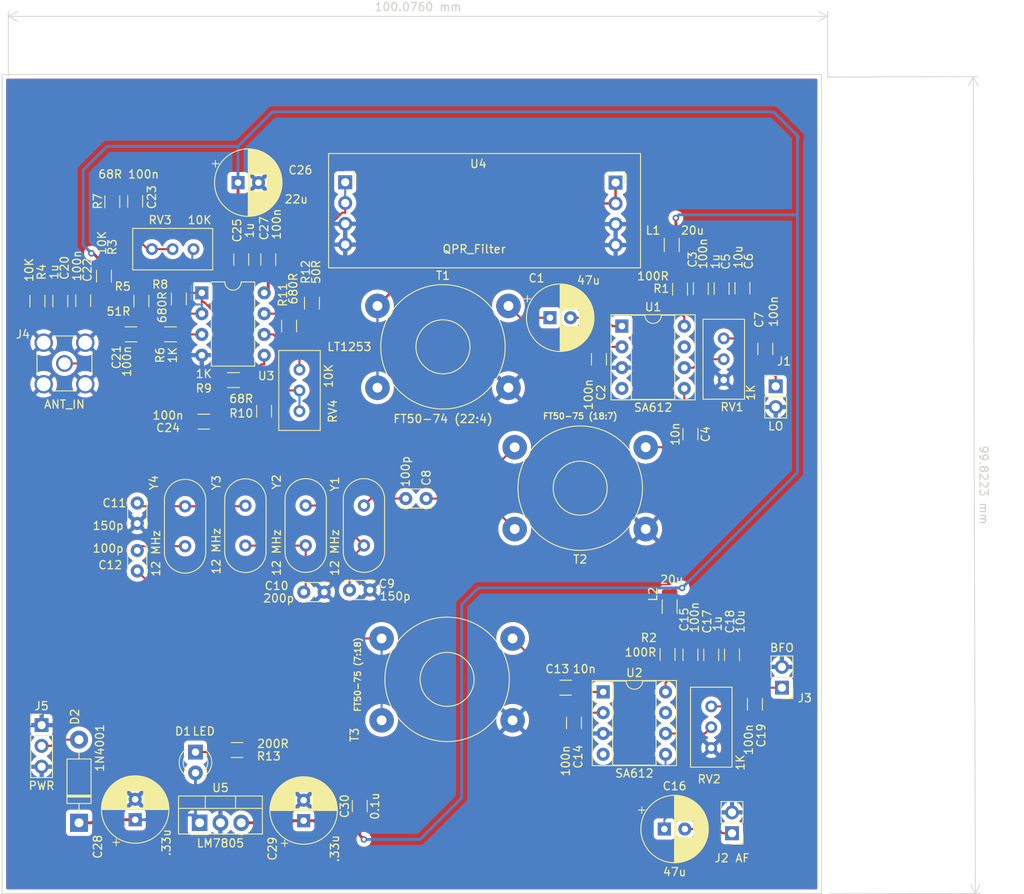
<source format=kicad_pcb>
(kicad_pcb (version 20211014) (generator pcbnew)
  (layers (0 "F.Cu" signal) (31 "B.Cu" signal) (34 "B.Paste" user) (35 "F.Paste" user) (36 "B.SilkS" user "B.Silkscreen") (37 "F.SilkS" user "F.Silkscreen") (38 "B.Mask" user) (39 "F.Mask" user) (44 "Edge.Cuts" user))
  (net 0 "")
  (net 1 "IFRFIN")
  (net 2 "Net-(C1-Pad1)")
  (net 3 "GND")
  (net 4 "Net-(C2-Pad1)")
  (net 5 "Net-(C3-Pad1)")
  (net 6 "RX5V")
  (net 7 "Net-(C10-Pad1)")
  (net 8 "Net-(C11-Pad1)")
  (net 9 "Net-(C12-Pad1)")
  (net 10 "Net-(C12-Pad2)")
  (net 11 "Net-(C15-Pad1)")
  (net 12 "Net-(C16-Pad1)")
  (net 13 "Net-(C19-Pad1)")
  (net 14 "Net-(C20-Pad1)")
  (net 15 "Net-(C21-Pad1)")
  (net 16 "Net-(C21-Pad2)")
  (net 17 "Net-(C23-Pad1)")
  (net 18 "Net-(C24-Pad1)")
  (net 19 "IFAFOUT")
  (net 20 "12V")
  (net 21 "Net-(L1-Pad2)")
  (net 22 "Net-(L2-Pad2)")
  (net 23 "Net-(R6-Pad2)")
  (net 24 "Net-(R7-Pad1)")
  (net 25 "Net-(R8-Pad1)")
  (net 26 "Net-(R8-Pad2)")
  (net 27 "Net-(R9-Pad2)")
  (net 28 "Net-(C1-Pad2)")
  (net 29 "Net-(C4-Pad1)")
  (net 30 "Net-(C4-Pad2)")
  (net 31 "Net-(C7-Pad1)")
  (net 32 "Net-(C7-Pad2)")
  (net 33 "Net-(C8-Pad1)")
  (net 34 "Net-(C8-Pad2)")
  (net 35 "Net-(C9-Pad1)")
  (net 36 "Net-(C13-Pad1)")
  (net 37 "Net-(C13-Pad2)")
  (net 38 "Net-(C14-Pad1)")
  (net 39 "Net-(C19-Pad2)")
  (net 40 "Net-(D1-Pad1)")
  (net 41 "Net-(D2-Pad2)")
  (net 42 "Net-(R10-Pad1)")
  (net 43 "Net-(R11-Pad1)")
  (net 44 "Net-(R11-Pad2)")
  (net 45 "Net-(R12-Pad2)")
  (net 46 "Net-(RV1-Pad2)")
  (net 47 "Net-(RV2-Pad2)")
  (footprint "Custom_RF:QRPLabs_Filter_TH" (layer "F.Cu") (at 76.708 36.576)
    (fp_text reference "U4")
    (fp_text value "QPR_Filter")
  )
  (footprint "Potentiometer_THT:Potentiometer_Bourns_3296W_Vertical" (layer "F.Cu") (at 111.252 95.25 90)
    (fp_text reference "RV2")
    (fp_text value "1K")
  )
  (footprint "Capacitor_SMD:C_1206_3216Metric" (layer "F.Cu") (at 112.522 44.196 90)
    (fp_text reference "C5")
    (fp_text value "1u")
  )
  (footprint "Capacitor_SMD:C_1206_3216Metric" (layer "F.Cu") (at 108.712 61.976 -90)
    (fp_text reference "C4")
    (fp_text value "10n")
  )
  (footprint "Capacitor_SMD:C_1206_3216Metric" (layer "F.Cu") (at 115.062 44.147 90)
    (fp_text reference "C6")
    (fp_text value "10u")
  )
  (footprint "Capacitor_THT:CP_Radial_D8.0mm_P2.50mm" (layer "F.Cu") (at 40.894 109.1027 90)
    (fp_text reference "C28")
    (fp_text value ".33u")
  )
  (footprint "Resistor_SMD:R_1206_3216Metric" (layer "F.Cu") (at 38.1 33.5895 90)
    (fp_text reference "R7")
    (fp_text value "68R")
  )
  (footprint "Connector_PinHeader_2.54mm:PinHeader_1x02_P2.54mm_Vertical" (layer "F.Cu") (at 119.126 56.134)
    (fp_text reference "J1")
    (fp_text value "LO")
  )
  (footprint "Resistor_SMD:R_1206_3216Metric" (layer "F.Cu") (at 45.212 49.784)
    (fp_text reference "R6")
    (fp_text value "1K")
  )
  (footprint "Capacitor_SMD:C_1206_3216Metric" (layer "F.Cu") (at 34.544 45.671 -90)
    (fp_text reference "C22")
    (fp_text value "100n")
  )
  (footprint "Capacitor_SMD:C_1206_3216Metric" (layer "F.Cu") (at 68.326 107.442 90)
    (fp_text reference "C30")
    (fp_text value "0.1u")
  )
  (footprint "Resistor_SMD:R_1206_3216Metric" (layer "F.Cu") (at 59.69 48.768 -90)
    (fp_text reference "R11")
    (fp_text value "680R")
  )
  (footprint "Capacitor_SMD:C_1206_3216Metric" (layer "F.Cu") (at 117.856 51.562 90)
    (fp_text reference "C7")
    (fp_text value "100n")
  )
  (footprint "Crystal:Crystal_HC49-4H_Vertical" (layer "F.Cu") (at 54.356 75.602 90)
    (fp_text reference "Y3")
    (fp_text value "12 MHz")
  )
  (footprint "Capacitor_SMD:C_1206_3216Metric" (layer "F.Cu") (at 31.75 45.72 -90)
    (fp_text reference "C20")
    (fp_text value "1u")
  )
  (footprint "Resistor_SMD:R_1206_3216Metric" (layer "F.Cu") (at 37.084 42.672 -90)
    (fp_text reference "R3")
    (fp_text value "10K")
  )
  (footprint "Connector_PinHeader_2.54mm:PinHeader_1x03_P2.54mm_Vertical" (layer "F.Cu") (at 29.464 97.536)
    (fp_text reference "J5")
    (fp_text value "PWR")
  )
  (footprint "Package_DIP:DIP-8_W7.62mm_Socket" (layer "F.Cu") (at 100.34 48.778)
    (fp_text reference "U1")
    (fp_text value "SA612")
  )
  (footprint "Capacitor_THT:C_Disc_D3.4mm_W2.1mm_P2.50mm" (layer "F.Cu") (at 61.488 81.28)
    (fp_text reference "C10")
    (fp_text value "200p")
  )
  (footprint "Capacitor_SMD:C_1206_3216Metric" (layer "F.Cu") (at 111.252 88.949 90)
    (fp_text reference "C17")
    (fp_text value "1u")
  )
  (footprint "Crystal:Crystal_HC49-4H_Vertical" (layer "F.Cu") (at 68.834 70.702 -90)
    (fp_text reference "Y1")
    (fp_text value "12 MHz")
  )
  (footprint "Capacitor_THT:CP_Radial_D8.0mm_P2.50mm" (layer "F.Cu") (at 53.4573 31.242)
    (fp_text reference "C26")
    (fp_text value "22u")
  )
  (footprint "Capacitor_THT:C_Disc_D3.4mm_W2.1mm_P2.50mm" (layer "F.Cu") (at 41.148 70.398 -90)
    (fp_text reference "C11")
    (fp_text value "150p")
  )
  (footprint "Capacitor_THT:CP_Radial_D8.0mm_P2.50mm" (layer "F.Cu") (at 105.5273 110.236)
    (fp_text reference "C16")
    (fp_text value "47u")
  )
  (footprint "Diode_THT:D_DO-41_SOD81_P10.16mm_Horizontal" (layer "F.Cu") (at 34.036 109.474 90)
    (fp_text reference "D2")
    (fp_text value "1N4001")
  )
  (footprint "Transformer_THT:Transformer_Toroid_Horizontal_D14.0mm_Amidon-T50" (layer "F.Cu") (at 70.486 56.308)
    (fp_text reference "T1")
    (fp_text value "FT50-74 (22:4)")
  )
  (footprint "Resistor_SMD:R_1206_3216Metric" (layer "F.Cu") (at 105.918 88.9 -90)
    (fp_text reference "R2")
    (fp_text value "100R")
  )
  (footprint "Resistor_SMD:R_1206_3216Metric" (layer "F.Cu") (at 41.656 45.72 90)
    (fp_text reference "R5")
    (fp_text value "51R")
  )
  (footprint "Capacitor_SMD:C_1206_3216Metric" (layer "F.Cu") (at 57.15 40.64 90)
    (fp_text reference "C27")
    (fp_text value "100n")
  )
  (footprint "Resistor_SMD:R_1206_3216Metric" (layer "F.Cu") (at 62.484 45.974 90)
    (fp_text reference "R12")
    (fp_text value "50R")
  )
  (footprint "Connector_Coaxial:SMA_Amphenol_901-144_Vertical" (layer "F.Cu") (at 32.258 53.34)
    (fp_text reference "J4")
    (fp_text value "ANT_IN")
  )
  (footprint "Resistor_SMD:R_1206_3216Metric" (layer "F.Cu") (at 52.8935 55.372)
    (fp_text reference "R9")
    (fp_text value "1K")
  )
  (footprint "Resistor_SMD:R_1206_3216Metric" (layer "F.Cu") (at 28.956 45.72 -90)
    (fp_text reference "R4")
    (fp_text value "10K")
  )
  (footprint "Capacitor_SMD:C_1206_3216Metric" (layer "F.Cu") (at 40.386 49.784)
    (fp_text reference "C21")
    (fp_text value "100n")
  )
  (footprint "Capacitor_THT:C_Disc_D3.4mm_W2.1mm_P2.50mm" (layer "F.Cu") (at 41.148 76.2 -90)
    (fp_text reference "C12")
    (fp_text value "100p")
  )
  (footprint "Package_DIP:DIP-8_W7.62mm" (layer "F.Cu") (at 49.032 44.714)
    (fp_text reference "U3")
    (fp_text value "LT1253")
  )
  (footprint "Resistor_SMD:R_1206_3216Metric" (layer "F.Cu") (at 107.442 44.2575 -90)
    (fp_text reference "R1")
    (fp_text value "100R")
  )
  (footprint "Package_DIP:DIP-8_W7.62mm_Socket" (layer "F.Cu") (at 98.054 93.482)
    (fp_text reference "U2")
    (fp_text value "SA612")
  )
  (footprint "Capacitor_SMD:C_1206_3216Metric" (layer "F.Cu") (at 53.848 40.64 90)
    (fp_text reference "C25")
    (fp_text value "1u")
  )
  (footprint "Resistor_SMD:R_1206_3216Metric" (layer "F.Cu") (at 56.642 59.182 -90)
    (fp_text reference "R10")
    (fp_text value "68R")
  )
  (footprint "Resistor_SMD:R_1206_3216Metric" (layer "F.Cu") (at 53.34 100.584)
    (fp_text reference "R13")
    (fp_text value "200R")
  )
  (footprint "LED_THT:LED_D3.0mm" (layer "F.Cu") (at 48.26 100.833 -90)
    (fp_text reference "D1")
    (fp_text value "LED")
  )
  (footprint "Potentiometer_THT:Potentiometer_Bourns_3296W_Vertical" (layer "F.Cu") (at 112.776 50.282 90)
    (fp_text reference "RV1")
    (fp_text value "1K")
  )
  (footprint "Transformer_THT:Transformer_Toroid_Horizontal_D14.0mm_Amidon-T50" (layer "F.Cu") (at 103.25 63.58 180)
    (fp_text reference "T2")
    (fp_text value "FT50-75 (18:7)")
  )
  (footprint "Crystal:Crystal_HC49-4H_Vertical" (layer "F.Cu") (at 46.99 70.792 -90)
    (fp_text reference "Y4")
    (fp_text value "12 MHz")
  )
  (footprint "Inductor_SMD:L_1206_3216Metric" (layer "F.Cu") (at 106.172 83.058 -90)
    (fp_text reference "L2")
    (fp_text value "20u")
  )
  (footprint "Capacitor_SMD:C_1206_3216Metric" (layer "F.Cu") (at 109.982 44.196 90)
    (fp_text reference "C3")
    (fp_text value "100n")
  )
  (footprint "Resistor_SMD:R_1206_3216Metric" (layer "F.Cu") (at 46.228 45.466 90)
    (fp_text reference "R8")
    (fp_text value "680R")
  )
  (footprint "Capacitor_THT:CP_Radial_D8.0mm_P2.50mm" (layer "F.Cu") (at 91.5573 47.752)
    (fp_text reference "C1")
    (fp_text value "47u")
  )
  (footprint "Capacitor_SMD:C_1206_3216Metric" (layer "F.Cu") (at 40.894 33.528 -90)
    (fp_text reference "C23")
    (fp_text value "100n")
  )
  (footprint "Capacitor_THT:CP_Radial_D8.0mm_P2.50mm" (layer "F.Cu") (at 61.468 109.22 90)
    (fp_text reference "C29")
    (fp_text value ".33u")
  )
  (footprint "Capacitor_SMD:C_1206_3216Metric" (layer "F.Cu") (at 116.586 94.996 -90)
    (fp_text reference "C19")
    (fp_text value "100n")
  )
  (footprint "Transformer_THT:Transformer_Toroid_Horizontal_D14.0mm_Amidon-T50" (layer "F.Cu") (at 70.994 96.948)
    (fp_text reference "T3")
    (fp_text value "FT50-75 (7:18)")
  )
  (footprint "Crystal:Crystal_HC49-4H_Vertical" (layer "F.Cu") (at 61.722 70.702 -90)
    (fp_text reference "Y2")
    (fp_text value "12 MHz")
  )
  (footprint "Capacitor_SMD:C_1206_3216Metric" (layer "F.Cu") (at 97.536 52.832 -90)
    (fp_text reference "C2")
    (fp_text value "100n")
  )
  (footprint "Capacitor_SMD:C_1206_3216Metric" (layer "F.Cu") (at 49.276 60.452 180)
    (fp_text reference "C24")
    (fp_text value "100n")
  )
  (footprint "Potentiometer_THT:Potentiometer_Bourns_3296W_Vertical" (layer "F.Cu") (at 48.016 39.37)
    (fp_text reference "RV3")
    (fp_text value "10K")
  )
  (footprint "Capacitor_SMD:C_1206_3216Metric" (layer "F.Cu") (at 108.712 88.949 90)
    (fp_text reference "C15")
    (fp_text value "100n")
  )
  (footprint "Capacitor_SMD:C_1206_3216Metric" (layer "F.Cu") (at 94.488 97.282 -90)
    (fp_text reference "C14")
    (fp_text value "100n")
  )
  (footprint "Connector_PinHeader_2.54mm:PinHeader_1x02_P2.54mm_Vertical" (layer "F.Cu") (at 119.888 92.964 180)
    (fp_text reference "J3")
    (fp_text value "BFO")
  )
  (footprint "Inductor_SMD:L_1206_3216Metric" (layer "F.Cu") (at 106.426 38.862 -90)
    (fp_text reference "L1")
    (fp_text value "20u")
  )
  (footprint "Package_TO_SOT_THT:TO-220-3_Vertical" (layer "F.Cu") (at 48.768 109.474)
    (fp_text reference "U5")
    (fp_text value "LM7805")
  )
  (footprint "Connector_PinHeader_2.54mm:PinHeader_1x02_P2.54mm_Vertical" (layer "F.Cu") (at 113.792 110.749 180)
    (fp_text reference "J2")
    (fp_text value "AF")
  )
  (footprint "Capacitor_SMD:C_1206_3216Metric" (layer "F.Cu") (at 113.792 88.949 90)
    (fp_text reference "C18")
    (fp_text value "10u")
  )
  (footprint "Capacitor_THT:C_Disc_D3.4mm_W2.1mm_P2.50mm" (layer "F.Cu") (at 76.434 69.85 180)
    (fp_text reference "C8")
    (fp_text value "100p")
  )
  (footprint "Potentiometer_THT:Potentiometer_Bourns_3296W_Vertical" (layer "F.Cu") (at 60.96 54.102 90)
    (fp_text reference "RV4")
    (fp_text value "10K")
  )
  (footprint "Capacitor_SMD:C_1206_3216Metric" (layer "F.Cu") (at 93.472 92.964)
    (fp_text reference "C13")
    (fp_text value "10n")
  )
  (footprint "Capacitor_THT:C_Disc_D3.4mm_W2.1mm_P2.50mm" (layer "F.Cu") (at 67.076 81.026)
    (fp_text reference "C9")
    (fp_text value "150p")
  )
  (gr_rect (start 24.638 18.034) (end 124.714 118.11) (layer "Edge.Cuts") (width 0.1) (fill none))
  (dimension (type aligned) (layer "Edge.Cuts") (pts (xy 124.918432 18.33466) (xy 125.172432 118.15666)) (height -18.337627) (gr_text "99.8223 mm" (at 144.532996 68.196074 270.1457905) (layer "Edge.Cuts") (effects (font (size 1 1) (thickness 0.15)))) (format (units 3) (units_format 1) (precision 4)) (style (thickness 0.1) (arrow_length 1.27) (text_position_mode 0) (extension_height 0.58642) (extension_offset 0.5) keep_text_aligned))
  (dimension (type aligned) (layer "Edge.Cuts") (pts (xy 25.4 18.796) (xy 125.476 18.796)) (height -7.874) (gr_text "100.0760 mm" (at 75.438 9.772) (layer "Edge.Cuts") (effects (font (size 1 1) (thickness 0.15)))) (format (units 3) (units_format 1) (precision 4)) (style (thickness 0.1) (arrow_length 1.27) (text_position_mode 0) (extension_height 0.58642) (extension_offset 0.5) keep_text_aligned))
  (segment (start 83.012 33.782) (end 70.486 46.308) (width 0.3) (layer "F.Cu") (net 1))
  (segment (start 99.568 33.782) (end 83.012 33.782) (width 0.3) (layer "F.Cu") (net 1))
  (segment (start 99.568 31.242) (end 99.568 33.782) (width 0.3) (layer "F.Cu") (net 1))
  (segment (start 70.486 46.308) (end 70.486 56.308) (width 0.3) (layer "B.Cu") (net 1))
  (segment (start 87.93 47.752) (end 86.486 46.308) (width 0.25) (layer "F.Cu") (net 2))
  (segment (start 91.5573 47.752) (end 87.93 47.752) (width 0.25) (layer "F.Cu") (net 2))
  (segment (start 112.522 42.721) (end 109.982 42.721) (width 0.25) (layer "F.Cu") (net 3))
  (segment (start 54.5321 100.8544) (end 54.8025 100.584) (width 0.25) (layer "F.Cu") (net 3))
  (segment (start 115.062 42.721) (end 115.062 42.672) (width 0.25) (layer "F.Cu") (net 3))
  (segment (start 30.2728 47.1825) (end 28.956 47.1825) (width 0.25) (layer "F.Cu") (net 3))
  (segment (start 111.252 87.474) (end 108.712 87.474) (width 0.25) (layer "F.Cu") (net 3))
  (segment (start 30.2853 47.195) (end 31.75 47.195) (width 0.25) (layer "F.Cu") (net 3))
  (segment (start 34.544 47.146) (end 31.799 47.146) (width 0.25) (layer "F.Cu") (net 3))
  (segment (start 57.15 39.165) (end 53.848 39.165) (width 0.25) (layer "F.Cu") (net 3))
  (segment (start 113.792 87.474) (end 111.4287 87.474) (width 0.25) (layer "F.Cu") (net 3))
  (segment (start 48.2045 60.8555) (end 47.801 60.452) (width 0.25) (layer "F.Cu") (net 3))
  (segment (start 111.4287 87.474) (end 111.252 87.474) (width 0.25) (layer "F.Cu") (net 3))
  (segment (start 30.2853 47.195) (end 30.2728 47.1825) (width 0.25) (layer "F.Cu") (net 3))
  (segment (start 115.062 42.721) (end 112.522 42.721) (width 0.25) (layer "F.Cu") (net 3))
  (segment (start 31.799 47.146) (end 31.75 47.195) (width 0.25) (layer "F.Cu") (net 3))
  (segment (start 97.575 51.318) (end 97.536 51.357) (width 0.25) (layer "F.Cu") (net 4))
  (segment (start 100.34 51.318) (end 97.575 51.318) (width 0.25) (layer "F.Cu") (net 4))
  (segment (start 112.522 45.671) (end 109.982 45.671) (width 0.25) (layer "F.Cu") (net 5))
  (segment (start 115.062 45.622) (end 112.571 45.622) (width 0.25) (layer "F.Cu") (net 5))
  (segment (start 107.491 45.671) (end 107.442 45.72) (width 0.25) (layer "F.Cu") (net 5))
  (segment (start 109.982 45.671) (end 107.491 45.671) (width 0.25) (layer "F.Cu") (net 5))
  (segment (start 107.442 47.1349) (end 107.442 45.72) (width 0.25) (layer "F.Cu") (net 5))
  (segment (start 112.571 45.622) (end 112.522 45.671) (width 0.25) (layer "F.Cu") (net 5))
  (segment (start 107.96 48.778) (end 107.96 47.6529) (width 0.25) (layer "F.Cu") (net 5))
  (segment (start 107.96 47.6529) (end 107.442 47.1349) (width 0.25) (layer "F.Cu") (net 5))
  (segment (start 61.468 109.22) (end 62.7431 109.22) (width 0.35) (layer "F.Cu") (net 6))
  (segment (start 53.4573 35.1887) (end 51.562 37.084) (width 0.35) (layer "F.Cu") (net 6))
  (segment (start 63.4806 109.9575) (end 62.7431 109.22) (width 0.35) (layer "F.Cu") (net 6))
  (segment (start 53.848 109.474) (end 59.9389 109.474) (width 0.35) (layer "F.Cu") (net 6))
  (segment (start 61.468 109.22) (end 60.1929 109.22) (width 0.35) (layer "F.Cu") (net 6))
  (segment (start 106.934 35.56) (end 106.934 36.779) (width 0.35) (layer "F.Cu") (net 6))
  (segment (start 35.56 39.878) (end 35.7525 39.878) (width 0.35) (layer "F.Cu") (net 6))
  (segment (start 107.696 80.772) (end 106.883 80.772) (width 0.35) (layer "F.Cu") (net 6))
  (segment (start 35.7525 39.878) (end 37.084 41.2095) (width 0.35) (layer "F.Cu") (net 6))
  (segment (start 53.848 42.115) (end 57.15 42.115) (width 0.35) (layer "F.Cu") (net 6))
  (segment (start 57.15 44.216) (end 56.652 44.714) (width 0.35) (layer "F.Cu") (net 6))
  (segment (start 53.4573 31.242) (end 53.4573 35.1887) (width 0.35) (layer "F.Cu") (net 6))
  (segment (start 53.799 42.164) (end 53.848 42.115) (width 0.35) (layer "F.Cu") (net 6))
  (segment (start 68.326 109.9575) (end 68.326 110.998) (width 0.35) (layer "F.Cu") (net 6))
  (segment (start 106.934 36.779) (end 106.426 37.287) (width 0.35) (layer "F.Cu") (net 6))
  (segment (start 106.883 80.772) (end 106.172 81.483) (width 0.35) (layer "F.Cu") (net 6))
  (segment (start 68.326 108.917) (end 68.326 109.9575) (width 0.35) (layer "F.Cu") (net 6))
  (segment (start 59.9389 109.474) (end 60.1929 109.22) (width 0.35) (layer "F.Cu") (net 6))
  (segment (start 68.326 109.9575) (end 63.4806 109.9575) (width 0.35) (layer "F.Cu") (net 6))
  (segment (start 51.562 37.084) (end 51.562 41.656) (width 0.35) (layer "F.Cu") (net 6))
  (segment (start 57.15 42.115) (end 57.15 44.216) (width 0.35) (layer "F.Cu") (net 6))
  (segment (start 52.07 42.164) (end 53.799 42.164) (width 0.35) (layer "F.Cu") (net 6))
  (segment (start 51.562 41.656) (end 52.07 42.164) (width 0.35) (layer "F.Cu") (net 6))
  (segment (start 68.326 110.998) (end 68.834 111.506) (width 0.35) (layer "F.Cu") (net 6))
  (via (at 35.56 39.878) (size 0.8) (drill 0.4) (layers "F.Cu" "B.Cu") (net 6))
  (via (at 68.834 111.506) (size 0.8) (drill 0.4) (layers "F.Cu" "B.Cu") (net 6))
  (via (at 106.934 35.56) (size 0.8) (drill 0.4) (layers "F.Cu" "B.Cu") (net 6))
  (via (at 107.696 80.772) (size 0.8) (drill 0.4) (layers "F.Cu" "B.Cu") (net 6))
  (segment (start 57.658 22.606) (end 118.872 22.606) (width 0.35) (layer "B.Cu") (net 6))
  (segment (start 82.804 80.772) (end 107.696 80.772) (width 0.35) (layer "B.Cu") (net 6))
  (segment (start 80.772 82.804) (end 82.804 80.772) (width 0.35) (layer "B.Cu") (net 6))
  (segment (start 68.834 111.506) (end 75.692 111.506) (width 0.35) (layer "B.Cu") (net 6))
  (segment (start 121.793 25.527) (end 121.92 25.654) (width 0.35) (layer "B.Cu") (net 6))
  (segment (start 53.4573 26.8067) (end 57.658 22.606) (width 0.35) (layer "B.Cu") (net 6))
  (segment (start 53.4573 26.8067) (end 37.4553 26.8067) (width 0.35) (layer "B.Cu") (net 6))
  (segment (start 34.544 29.718) (end 34.544 38.862) (width 0.35) (layer "B.Cu") (net 6))
  (segment (start 121.793 25.527) (end 121.793 35.179) (width 0.35) (layer "B.Cu") (net 6))
  (segment (start 121.793 66.675) (end 107.696 80.772) (width 0.35) (layer "B.Cu") (net 6))
  (segment (start 53.4573 31.242) (end 53.4573 26.8067) (width 0.35) (layer "B.Cu") (net 6))
  (segment (start 121.793 35.179) (end 107.315 35.179) (width 0.35) (layer "B.Cu") (net 6))
  (segment (start 75.692 111.506) (end 80.772 106.426) (width 0.35) (layer "B.Cu") (net 6))
  (segment (start 37.4553 26.8067) (end 34.544 29.718) (width 0.35) (layer "B.Cu") (net 6))
  (segment (start 121.793 35.179) (end 121.793 66.675) (width 0.35) (layer "B.Cu") (net 6))
  (segment (start 107.315 35.179) (end 106.934 35.56) (width 0.35) (layer "B.Cu") (net 6))
  (segment (start 34.544 38.862) (end 35.56 39.878) (width 0.35) (layer "B.Cu") (net 6))
  (segment (start 118.872 22.606) (end 121.793 25.527) (width 0.35) (layer "B.Cu") (net 6))
  (segment (start 80.772 106.426) (end 80.772 82.804) (width 0.35) (layer "B.Cu") (net 6))
  (segment (start 54.356 75.602) (end 61.702 75.602) (width 0.25) (layer "F.Cu") (net 7))
  (segment (start 61.722 75.582) (end 61.722 81.046) (width 0.25) (layer "F.Cu") (net 7))
  (segment (start 61.702 75.602) (end 61.722 75.582) (width 0.25) (layer "F.Cu") (net 7))
  (segment (start 61.722 81.046) (end 61.488 81.28) (width 0.25) (layer "F.Cu") (net 7))
  (segment (start 61.605 75.699) (end 61.488 75.699) (width 0.25) (layer "B.Cu") (net 7))
  (segment (start 54.453 75.699) (end 54.356 75.602) (width 0.25) (layer "B.Cu") (net 7))
  (segment (start 61.722 75.582) (end 61.605 75.699) (width 0.25) (layer "B.Cu") (net 7))
  (segment (start 46.99 70.792) (end 54.286 70.792) (width 0.25) (layer "F.Cu") (net 8))
  (segment (start 41.148 70.398) (end 41.542 70.792) (width 0.25) (layer "F.Cu") (net 8))
  (segment (start 41.542 70.792) (end 46.99 70.792) (width 0.25) (layer "F.Cu") (net 8))
  (segment (start 54.286 70.792) (end 54.356 70.722) (width 0.25) (layer "F.Cu") (net 8))
  (segment (start 46.99 75.672) (end 41.676 75.672) (width 0.25) (layer "F.Cu") (net 9))
  (segment (start 41.676 75.672) (end 41.148 76.2) (width 0.25) (layer "F.Cu") (net 9))
  (segment (start 49.396 86.948) (end 41.148 78.7) (width 0.25) (layer "F.Cu") (net 10))
  (segment (start 70.994 86.948) (end 49.396 86.948) (width 0.25) (layer "F.Cu") (net 10))
  (segment (start 70.994 86.948) (end 70.994 96.948) (width 0.25) (layer "B.Cu") (net 10))
  (segment (start 113.792 90.424) (end 111.252 90.424) (width 0.25) (layer "F.Cu") (net 11))
  (segment (start 105.918 90.424) (end 108.712 90.424) (width 0.25) (layer "F.Cu") (net 11))
  (segment (start 105.918 90.424) (end 105.918 90.3625) (width 0.25) (layer "F.Cu") (net 11))
  (segment (start 105.918 92.1129) (end 105.918 90.424) (width 0.25) (layer "F.Cu") (net 11))
  (segment (start 105.674 92.3569) (end 105.918 92.1129) (width 0.25) (layer "F.Cu") (net 11))
  (segment (start 111.252 90.424) (end 108.712 90.424) (width 0.25) (layer "F.Cu") (net 11))
  (segment (start 105.674 93.482) (end 105.674 92.3569) (width 0.25) (layer "F.Cu") (net 11))
  (segment (start 105.674 101.102) (end 105.674 108.9642) (width 0.25) (layer "B.Cu") (net 12))
  (segment (start 105.674 108.9642) (end 105.5273 109.1109) (width 0.25) (layer "B.Cu") (net 12))
  (segment (start 105.5273 110.236) (end 105.5273 109.1109) (width 0.25) (layer "B.Cu") (net 12))
  (segment (start 119.888 92.964) (end 117.143 92.964) (width 0.25) (layer "F.Cu") (net 13))
  (segment (start 117.143 92.964) (end 116.586 93.521) (width 0.25) (layer "F.Cu") (net 13))
  (segment (start 37.084 44.1345) (end 41.533 44.1345) (width 0.25) (layer "F.Cu") (net 14))
  (segment (start 34.544 44.196) (end 34.6055 44.1345) (width 0.25) (layer "F.Cu") (net 14))
  (segment (start 34.544 44.196) (end 31.799 44.196) (width 0.25) (layer "F.Cu") (net 14))
  (segment (start 31.75 44.245) (end 28.9685 44.245) (width 0.25) (layer "F.Cu") (net 14))
  (segment (start 41.533 44.1345) (end 41.656 44.2575) (width 0.25) (layer "F.Cu") (net 14))
  (segment (start 34.6055 44.1345) (end 37.084 44.1345) (width 0.25) (layer "F.Cu") (net 14))
  (segment (start 31.799 44.196) (end 31.75 44.245) (width 0.25) (layer "F.Cu") (net 14))
  (segment (start 28.9685 44.245) (end 28.956 44.2575) (width 0.25) (layer "F.Cu") (net 14))
  (segment (start 35.355 53.34) (end 38.911 49.784) (width 0.25) (layer "F.Cu") (net 15))
  (segment (start 32.258 53.34) (end 35.355 53.34) (width 0.25) (layer "F.Cu") (net 15))
  (segment (start 41.656 47.1825) (end 41.656 49.579) (width 0.25) (layer "F.Cu") (net 16))
  (segment (start 41.861 49.784) (end 43.7495 49.784) (width 0.25) (layer "F.Cu") (net 16))
  (segment (start 41.656 49.579) (end 41.861 49.784) (width 0.25) (layer "F.Cu") (net 16))
  (segment (start 38.174 32.053) (end 38.1 32.127) (width 0.25) (layer "F.Cu") (net 17))
  (segment (start 40.894 32.053) (end 38.174 32.053) (width 0.25) (layer "F.Cu") (net 17))
  (segment (start 50.751 60.452) (end 56.4495 60.452) (width 0.25) (layer "F.Cu") (net 18))
  (segment (start 56.4495 60.452) (end 56.642 60.6445) (width 0.25) (layer "F.Cu") (net 18))
  (segment (start 112.6169 110.749) (end 112.1039 110.236) (width 0.25) (layer "F.Cu") (net 19))
  (segment (start 112.1039 110.236) (end 108.0273 110.236) (width 0.25) (layer "F.Cu") (net 19))
  (segment (start 113.792 110.749) (end 112.6169 110.749) (width 0.25) (layer "F.Cu") (net 19))
  (segment (start 34.036 109.474) (end 35.6111 109.474) (width 0.35) (layer "F.Cu") (net 20))
  (segment (start 40.894 109.1027) (end 35.9824 109.1027) (width 0.35) (layer "F.Cu") (net 20))
  (segment (start 35.9824 109.1027) (end 35.6111 109.474) (width 0.35) (layer "F.Cu") (net 20))
  (segment (start 40.894 109.1027) (end 42.1691 109.1027) (width 0.35) (layer "B.Cu") (net 20))
  (segment (start 42.7585 108.5133) (end 42.1691 109.1027) (width 0.35) (layer "B.Cu") (net 20))
  (segment (start 48.768 109.0213) (end 48.26 108.5133) (width 0.35) (layer "B.Cu") (net 20))
  (segment (start 48.768 109.474) (end 48.768 109.0213) (width 0.35) (layer "B.Cu") (net 20))
  (segment (start 48.26 108.5133) (end 42.7585 108.5133) (width 0.35) (layer "B.Cu") (net 20))
  (segment (start 48.26 108.5133) (end 48.26 103.373) (width 0.35) (layer "B.Cu") (net 20))
  (segment (start 107.442 41.453) (end 107.442 42.795) (width 0.25) (layer "F.Cu") (net 21))
  (segment (start 106.426 40.437) (end 107.442 41.453) (width 0.25) (layer "F.Cu") (net 21))
  (segment (start 106.172 84.633) (end 105.918 84.887) (width 0.25) (layer "F.Cu") (net 22))
  (segment (start 105.918 84.887) (end 105.918 87.4375) (width 0.25) (layer "F.Cu") (net 22))
  (segment (start 49.032 49.794) (end 46.6845 49.794) (width 0.25) (layer "F.Cu") (net 23))
  (segment (start 46.6845 49.794) (end 46.6745 49.784) (width 0.25) (layer "F.Cu") (net 23))
  (segment (start 42.936 39.37) (end 42.418 39.37) (width 0.25) (layer "F.Cu") (net 24))
  (segment (start 42.418 39.37) (end 38.1 35.052) (width 0.25) (layer "F.Cu") (net 24))
  (segment (start 45.476 39.37) (end 42.936 39.37) (width 0.25) (layer "F.Cu") (net 24))
  (segment (start 46.5535 47.254) (end 46.228 46.9285) (width 0.25) (layer "F.Cu") (net 25))
  (segment (start 49.032 47.254) (end 46.5535 47.254) (width 0.25) (layer "F.Cu") (net 25))
  (segment (start 49.032 47.254) (end 49.032 46.1289) (width 0.25) (layer "B.Cu") (net 25))
  (segment (start 47.8739 39.5121) (end 47.8739 45.6842) (width 0.25) (layer "B.Cu") (net 25))
  (segment (start 47.8739 45.6842) (end 48.3186 46.1289) (width 0.25) (layer "B.Cu") (net 25))
  (segment (start 48.016 39.37) (end 47.8739 39.5121) (width 0.25) (layer "B.Cu") (net 25))
  (segment (start 48.3186 46.1289) (end 49.032 46.1289) (width 0.25) (layer "B.Cu") (net 25))
  (segment (start 46.228 44.0035) (end 46.9385 44.714) (width 0.25) (layer "F.Cu") (net 26))
  (segment (start 49.3133 45.8391) (end 51.431 47.9568) (width 0.25) (layer "F.Cu") (net 26))
  (segment (start 51.431 47.9568) (end 51.431 55.372) (width 0.25) (layer "F.Cu") (net 26))
  (segment (start 46.9385 44.714) (end 49.032 44.714) (width 0.25) (layer "F.Cu") (net 26))
  (segment (start 49.032 44.714) (end 49.032 45.8391) (width 0.25) (layer "F.Cu") (net 26))
  (segment (start 49.032 45.8391) (end 49.3133 45.8391) (width 0.25) (layer "F.Cu") (net 26))
  (segment (start 56.652 53.4591) (end 56.2689 53.4591) (width 0.25) (layer "F.Cu") (net 27))
  (segment (start 56.652 52.334) (end 56.652 53.4591) (width 0.25) (layer "F.Cu") (net 27))
  (segment (start 56.2689 53.4591) (end 54.356 55.372) (width 0.25) (layer "F.Cu") (net 27))
  (segment (start 94.0573 47.752) (end 98.1889 47.752) (width 0.25) (layer "F.Cu") (net 28))
  (segment (start 100.34 48.778) (end 99.2149 48.778) (width 0.25) (layer "F.Cu") (net 28))
  (segment (start 98.1889 47.752) (end 99.2149 48.778) (width 0.25) (layer "F.Cu") (net 28))
  (segment (start 107.96 56.398) (end 107.96 59.749) (width 0.25) (layer "F.Cu") (net 29))
  (segment (start 107.96 59.749) (end 108.712 60.501) (width 0.25) (layer "F.Cu") (net 29))
  (segment (start 108.583 63.58) (end 108.712 63.451) (width 0.25) (layer "F.Cu") (net 30))
  (segment (start 103.25 63.58) (end 108.583 63.58) (width 0.25) (layer "F.Cu") (net 30))
  (segment (start 119.126 54.9589) (end 117.856 53.6889) (width 0.25) (layer "F.Cu") (net 31))
  (segment (start 117.856 53.6889) (end 117.856 53.037) (width 0.25) (layer "F.Cu") (net 31))
  (segment (start 119.126 56.134) (end 119.126 54.9589) (width 0.25) (layer "F.Cu") (net 31))
  (segment (start 112.776 50.282) (end 117.661 50.282) (width 0.25) (layer "F.Cu") (net 32))
  (segment (start 117.661 50.282) (end 117.856 50.087) (width 0.25) (layer "F.Cu") (net 32))
  (segment (start 76.434 69.85) (end 83.52 69.85) (width 0.25) (layer "F.Cu") (net 33))
  (segment (start 83.52 69.85) (end 87.25 73.58) (width 0.25) (layer "F.Cu") (net 33))
  (segment (start 83.52 69.85) (end 83.52 67.31) (width 0.25) (layer "F.Cu") (net 33))
  (segment (start 83.52 67.31) (end 87.25 63.58) (width 0.25) (layer "F.Cu") (net 33))
  (segment (start 69.686 69.85) (end 68.834 70.702) (width 0.25) (layer "F.Cu") (net 34))
  (segment (start 73.934 69.85) (end 69.686 69.85) (width 0.25) (layer "F.Cu") (net 34))
  (segment (start 61.722 70.702) (end 63.954 70.702) (width 0.25) (layer "F.Cu") (net 35))
  (segment (start 67.076 77.34) (end 67.076 81.026) (width 0.25) (layer "F.Cu") (net 35))
  (segment (start 63.954 70.702) (end 68.834 75.582) (width 0.25) (layer "F.Cu") (net 35))
  (segment (start 68.834 75.582) (end 67.076 77.34) (width 0.25) (layer "F.Cu") (net 35))
  (segment (start 91.997 91.951) (end 91.997 92.964) (width 0.25) (layer "F.Cu") (net 36))
  (segment (start 86.994 86.948) (end 91.997 91.951) (width 0.25) (layer "F.Cu") (net 36))
  (segment (start 98.054 93.482) (end 95.465 93.482) (width 0.25) (layer "F.Cu") (net 37))
  (segment (start 95.465 93.482) (end 94.947 92.964) (width 0.25) (layer "F.Cu") (net 37))
  (segment (start 98.054 96.022) (end 94.703 96.022) (width 0.25) (layer "F.Cu") (net 38))
  (segment (start 94.703 96.022) (end 94.488 95.807) (width 0.25) (layer "F.Cu") (net 38))
  (segment (start 111.252 95.25) (end 115.365 95.25) (width 0.25) (layer "F.Cu") (net 39))
  (segment (start 115.365 95.25) (end 116.586 96.471) (width 0.25) (layer "F.Cu") (net 39))
  (segment (start 48.26 100.833) (end 51.6285 100.833) (width 0.25) (layer "F.Cu") (net 40))
  (segment (start 51.6285 100.833) (end 51.8775 100.584) (width 0.25) (layer "F.Cu") (net 40))
  (segment (start 29.464 100.076) (end 30.6391 100.076) (width 0.25) (layer "F.Cu") (net 41))
  (segment (start 34.036 99.314) (end 31.4011 99.314) (width 0.25) (layer "F.Cu") (net 41))
  (segment (start 31.4011 99.314) (end 30.6391 100.076) (width 0.25) (layer "F.Cu") (net 41))
  (segment (start 56.642 57.7195) (end 57.7195 56.642) (width 0.25) (layer "F.Cu") (net 42))
  (segment (start 57.7195 56.642) (end 60.96 56.642) (width 0.25) (layer "F.Cu") (net 42))
  (segment (start 60.96 56.642) (end 60.96 59.182) (width 0.25) (layer "B.Cu") (net 42))
  (segment (start 62.484 47.4365) (end 59.821 47.4365) (width 0.25) (layer "F.Cu") (net 43))
  (segment (start 59.821 47.4365) (end 59.69 47.3055) (width 0.25) (layer "F.Cu") (net 43))
  (segment (start 59.6385 47.254) (end 59.69 47.3055) (width 0.25) (layer "F.Cu") (net 43))
  (segment (start 56.652 47.254) (end 59.6385 47.254) (width 0.25) (layer "F.Cu") (net 43))
  (segment (start 56.652 49.794) (end 57.7771 49.794) (width 0.25) (layer "F.Cu") (net 44))
  (segment (start 60.96 51.5005) (end 59.69 50.2305) (width 0.25) (layer "F.Cu") (net 44))
  (segment (start 59.69 50.2305) (end 58.2136 50.2305) (width 0.25) (layer "F.Cu") (net 44))
  (segment (start 58.2136 50.2305) (end 57.7771 49.794) (width 0.25) (layer "F.Cu") (net 44))
  (segment (start 60.96 54.102) (end 60.96 51.5005) (width 0.25) (layer "F.Cu") (net 44))
  (segment (start 66.548 33.736) (end 66.548 34.9111) (width 0.25) (layer "F.Cu") (net 45))
  (segment (start 66.1808 34.9111) (end 62.484 38.6079) (width 0.25) (layer "F.Cu") (net 45))
  (segment (start 62.484 38.6079) (end 62.484 44.5115) (width 0.25) (layer "F.Cu") (net 45))
  (segment (start 66.548 34.9111) (end 66.1808 34.9111) (width 0.25) (layer "F.Cu") (net 45))
  (segment (start 66.548 33.736) (end 66.548 31.196) (width 0.25) (layer "B.Cu") (net 45))
  (segment (start 110.1211 52.822) (end 109.0851 53.858) (width 0.25) (layer "F.Cu") (net 46))
  (segment (start 107.96 53.858) (end 109.0851 53.858) (width 0.25) (layer "F.Cu") (net 46))
  (segment (start 112.776 52.822) (end 110.1211 52.822) (width 0.25) (layer "F.Cu") (net 46))
  (segment (start 110.48 98.562) (end 111.252 97.79) (width 0.25) (layer "F.Cu") (net 47))
  (segment (start 105.674 98.562) (end 110.48 98.562) (width 0.25) (layer "F.Cu") (net 47))
  (zone (net 3) (net_name "GND") (layer "F.Cu") (connect_pads (clearance 0.508)) (min_thickness 0.254) (fill yes (thermal_gap 0.508) (thermal_bridge_width 0.508))
    (polygon (pts (xy 124.714 18.288) (xy 124.714 117.856) (xy 24.638 117.856) (xy 24.384 18.288) (xy 24.638 18.034)))
  )
  (zone (net 3) (net_name "GND") (layer "B.Cu") (connect_pads (clearance 0.508)) (min_thickness 0.254) (fill yes (thermal_gap 0.508) (thermal_bridge_width 0.508))
    (polygon (pts (xy 124.714 118.11) (xy 24.638 118.11) (xy 24.638 18.034) (xy 124.714 18.034)))
  )
)
</source>
